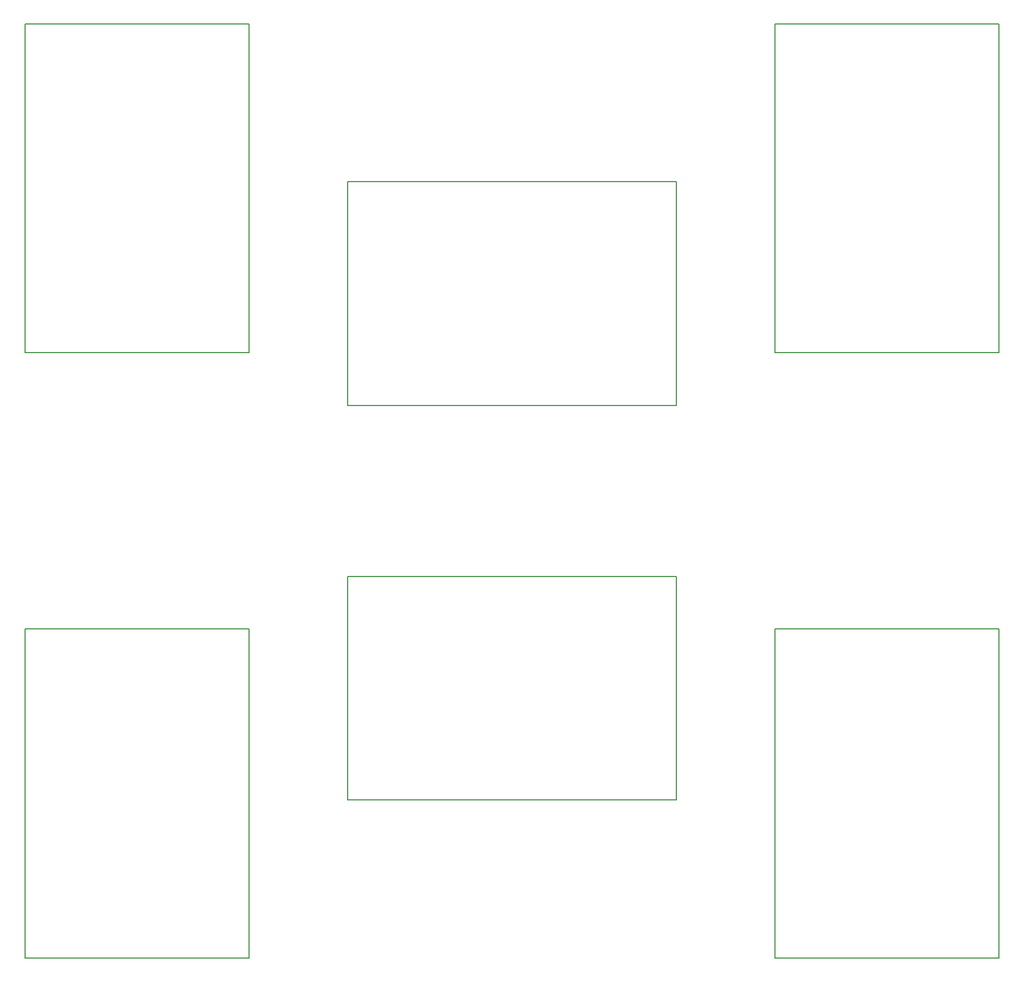
<source format=gbo>
G04 Output by ViewMate Deluxe V11.20.1  PentaLogix*
G04 Tue Nov 30 10:46:19 2021*
%IPPOS*%
%FSLAX25Y25*%
%MOIN*%
%ADD42C,0.00787*%

%LPD*%
X0Y0D2*D42*G1X476378Y850394D2*Y1047244D1*X610236D2*Y850394D1*X476378*Y1047244D2*X610236D1*X866142Y818898D2*Y952756D1*X669291D2*Y818898D1*X866142*X669291Y952756D2*X866142D1*X925197Y850394D2*X1059055D1*Y1047244D2*X925197D1*Y850394*X1059055D2*Y1047244D1*X866142Y582677D2*Y716535D1*X669291D2*Y582677D1*X866142*X669291Y716535D2*X866142D1*X476378Y685039D2*X610236D1*X476378Y488189D2*X610236D1*Y685039*X476378Y488189D2*Y685039D1*X1059055Y488189D2*Y685039D1*X925197Y488189D2*Y685039D1*X1059055*X925197Y488189D2*X1059055D1*X0Y0D2*M02*
</source>
